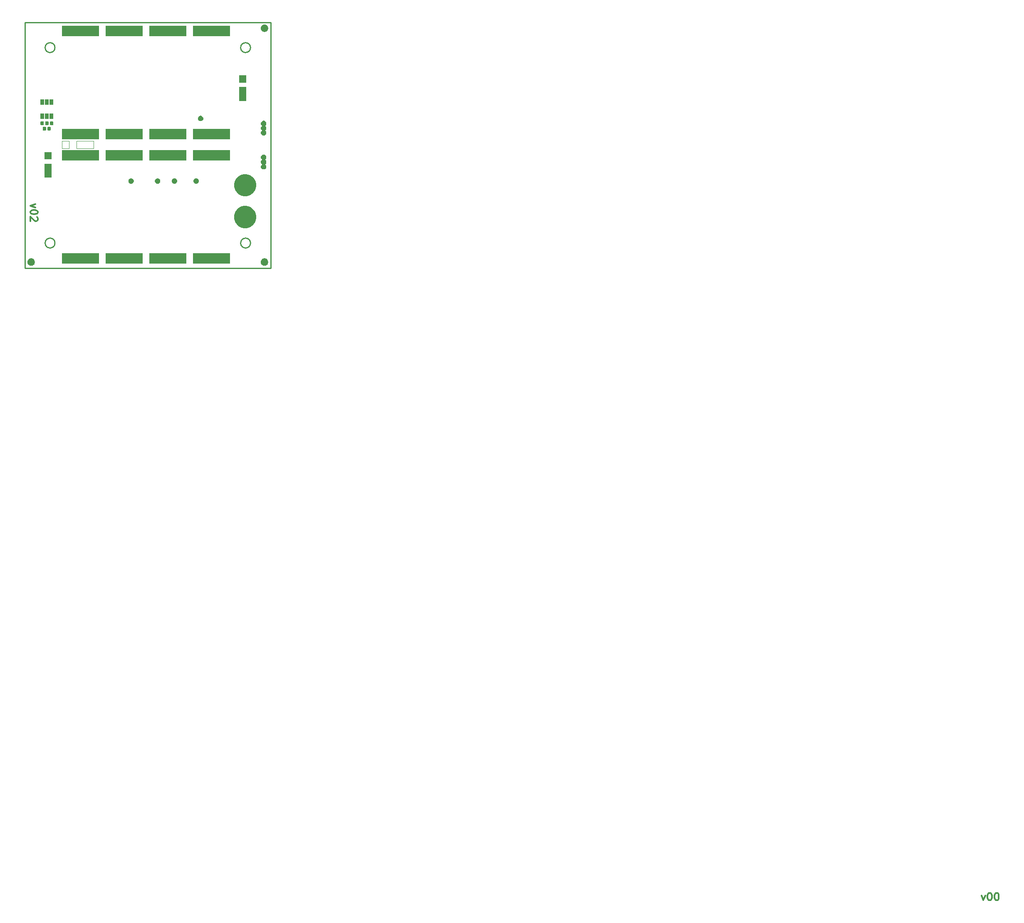
<source format=gbr>
%TF.GenerationSoftware,KiCad,Pcbnew,(5.0.1-3-g963ef8bb5)*%
%TF.CreationDate,2020-03-04T19:54:40-08:00*%
%TF.ProjectId,SolarCell+Y,536F6C617243656C6C2B592E6B696361,rev?*%
%TF.SameCoordinates,Original*%
%TF.FileFunction,Soldermask,Top*%
%TF.FilePolarity,Negative*%
%FSLAX46Y46*%
G04 Gerber Fmt 4.6, Leading zero omitted, Abs format (unit mm)*
G04 Created by KiCad (PCBNEW (5.0.1-3-g963ef8bb5)) date Wednesday, March 04, 2020 at 07:54:40 PM*
%MOMM*%
%LPD*%
G01*
G04 APERTURE LIST*
%ADD10C,0.050000*%
%ADD11C,0.300000*%
%ADD12C,0.250000*%
%ADD13C,0.100000*%
G04 APERTURE END LIST*
D10*
X160500000Y-65600000D02*
X160500000Y-64100000D01*
X164000000Y-65600000D02*
X160500000Y-65600000D01*
X164000000Y-64100000D02*
X164000000Y-65600000D01*
X160500000Y-64100000D02*
X164000000Y-64100000D01*
X159000000Y-64100000D02*
X157500000Y-64100000D01*
X159000000Y-65650000D02*
X159000000Y-64100000D01*
X157500000Y-65650000D02*
X159000000Y-65650000D01*
X157500000Y-64100000D02*
X157500000Y-65650000D01*
D11*
X152086428Y-76954285D02*
X151086428Y-77311428D01*
X152086428Y-77668571D01*
X152586428Y-78525714D02*
X152586428Y-78668571D01*
X152515000Y-78811428D01*
X152443571Y-78882857D01*
X152300714Y-78954285D01*
X152015000Y-79025714D01*
X151657857Y-79025714D01*
X151372142Y-78954285D01*
X151229285Y-78882857D01*
X151157857Y-78811428D01*
X151086428Y-78668571D01*
X151086428Y-78525714D01*
X151157857Y-78382857D01*
X151229285Y-78311428D01*
X151372142Y-78240000D01*
X151657857Y-78168571D01*
X152015000Y-78168571D01*
X152300714Y-78240000D01*
X152443571Y-78311428D01*
X152515000Y-78382857D01*
X152586428Y-78525714D01*
X152443571Y-79597142D02*
X152515000Y-79668571D01*
X152586428Y-79811428D01*
X152586428Y-80168571D01*
X152515000Y-80311428D01*
X152443571Y-80382857D01*
X152300714Y-80454285D01*
X152157857Y-80454285D01*
X151943571Y-80382857D01*
X151086428Y-79525714D01*
X151086428Y-80454285D01*
D12*
X200000000Y-40000000D02*
X150000000Y-40000000D01*
X150000000Y-90000000D02*
X200000000Y-90000000D01*
X150000000Y-40000000D02*
X150000000Y-90000000D01*
X195900000Y-45100000D02*
G75*
G03X195900000Y-45100000I-1000000J0D01*
G01*
X156100000Y-84900000D02*
G75*
G03X156100000Y-84900000I-1000000J0D01*
G01*
X156100000Y-45100000D02*
G75*
G03X156100000Y-45100000I-1000000J0D01*
G01*
X195900000Y-84900000D02*
G75*
G03X195900000Y-84900000I-1000000J0D01*
G01*
X200000000Y-90000000D02*
X200000000Y-40000000D01*
D11*
X344733785Y-217737571D02*
X345090928Y-218737571D01*
X345448071Y-217737571D01*
X346305214Y-217237571D02*
X346448071Y-217237571D01*
X346590928Y-217309000D01*
X346662357Y-217380428D01*
X346733785Y-217523285D01*
X346805214Y-217809000D01*
X346805214Y-218166142D01*
X346733785Y-218451857D01*
X346662357Y-218594714D01*
X346590928Y-218666142D01*
X346448071Y-218737571D01*
X346305214Y-218737571D01*
X346162357Y-218666142D01*
X346090928Y-218594714D01*
X346019500Y-218451857D01*
X345948071Y-218166142D01*
X345948071Y-217809000D01*
X346019500Y-217523285D01*
X346090928Y-217380428D01*
X346162357Y-217309000D01*
X346305214Y-217237571D01*
X347733785Y-217237571D02*
X347876642Y-217237571D01*
X348019500Y-217309000D01*
X348090928Y-217380428D01*
X348162357Y-217523285D01*
X348233785Y-217809000D01*
X348233785Y-218166142D01*
X348162357Y-218451857D01*
X348090928Y-218594714D01*
X348019500Y-218666142D01*
X347876642Y-218737571D01*
X347733785Y-218737571D01*
X347590928Y-218666142D01*
X347519500Y-218594714D01*
X347448071Y-218451857D01*
X347376642Y-218166142D01*
X347376642Y-217809000D01*
X347448071Y-217523285D01*
X347519500Y-217380428D01*
X347590928Y-217309000D01*
X347733785Y-217237571D01*
D13*
G36*
X198973767Y-88051822D02*
X199110258Y-88108359D01*
X199233097Y-88190437D01*
X199337563Y-88294903D01*
X199419641Y-88417742D01*
X199476178Y-88554233D01*
X199505000Y-88699131D01*
X199505000Y-88846869D01*
X199476178Y-88991767D01*
X199419641Y-89128258D01*
X199337563Y-89251097D01*
X199233097Y-89355563D01*
X199110258Y-89437641D01*
X198973767Y-89494178D01*
X198828869Y-89523000D01*
X198681131Y-89523000D01*
X198536233Y-89494178D01*
X198399742Y-89437641D01*
X198276903Y-89355563D01*
X198172437Y-89251097D01*
X198090359Y-89128258D01*
X198033822Y-88991767D01*
X198005000Y-88846869D01*
X198005000Y-88699131D01*
X198033822Y-88554233D01*
X198090359Y-88417742D01*
X198172437Y-88294903D01*
X198276903Y-88190437D01*
X198399742Y-88108359D01*
X198536233Y-88051822D01*
X198681131Y-88023000D01*
X198828869Y-88023000D01*
X198973767Y-88051822D01*
X198973767Y-88051822D01*
G37*
G36*
X151475767Y-88051822D02*
X151612258Y-88108359D01*
X151735097Y-88190437D01*
X151839563Y-88294903D01*
X151921641Y-88417742D01*
X151978178Y-88554233D01*
X152007000Y-88699131D01*
X152007000Y-88846869D01*
X151978178Y-88991767D01*
X151921641Y-89128258D01*
X151839563Y-89251097D01*
X151735097Y-89355563D01*
X151612258Y-89437641D01*
X151475767Y-89494178D01*
X151330869Y-89523000D01*
X151183131Y-89523000D01*
X151038233Y-89494178D01*
X150901742Y-89437641D01*
X150778903Y-89355563D01*
X150674437Y-89251097D01*
X150592359Y-89128258D01*
X150535822Y-88991767D01*
X150507000Y-88846869D01*
X150507000Y-88699131D01*
X150535822Y-88554233D01*
X150592359Y-88417742D01*
X150674437Y-88294903D01*
X150778903Y-88190437D01*
X150901742Y-88108359D01*
X151038233Y-88051822D01*
X151183131Y-88023000D01*
X151330869Y-88023000D01*
X151475767Y-88051822D01*
X151475767Y-88051822D01*
G37*
G36*
X165039000Y-89105000D02*
X157541000Y-89105000D01*
X157541000Y-87007000D01*
X165039000Y-87007000D01*
X165039000Y-89105000D01*
X165039000Y-89105000D01*
G37*
G36*
X191709000Y-89105000D02*
X184211000Y-89105000D01*
X184211000Y-87007000D01*
X191709000Y-87007000D01*
X191709000Y-89105000D01*
X191709000Y-89105000D01*
G37*
G36*
X182819000Y-89105000D02*
X175321000Y-89105000D01*
X175321000Y-87007000D01*
X182819000Y-87007000D01*
X182819000Y-89105000D01*
X182819000Y-89105000D01*
G37*
G36*
X173929000Y-89060000D02*
X166431000Y-89060000D01*
X166431000Y-86962000D01*
X173929000Y-86962000D01*
X173929000Y-89060000D01*
X173929000Y-89060000D01*
G37*
G36*
X195456009Y-77437428D02*
X195865301Y-77606962D01*
X196233654Y-77853088D01*
X196546912Y-78166346D01*
X196793038Y-78534699D01*
X196962572Y-78943991D01*
X197049000Y-79378493D01*
X197049000Y-79821507D01*
X196962572Y-80256009D01*
X196793038Y-80665301D01*
X196546912Y-81033654D01*
X196233654Y-81346912D01*
X195865301Y-81593038D01*
X195456009Y-81762572D01*
X195021507Y-81849000D01*
X194578493Y-81849000D01*
X194143991Y-81762572D01*
X193734699Y-81593038D01*
X193366346Y-81346912D01*
X193053088Y-81033654D01*
X192806962Y-80665301D01*
X192637428Y-80256009D01*
X192551000Y-79821507D01*
X192551000Y-79378493D01*
X192637428Y-78943991D01*
X192806962Y-78534699D01*
X193053088Y-78166346D01*
X193366346Y-77853088D01*
X193734699Y-77606962D01*
X194143991Y-77437428D01*
X194578493Y-77351000D01*
X195021507Y-77351000D01*
X195456009Y-77437428D01*
X195456009Y-77437428D01*
G37*
G36*
X195456009Y-70937428D02*
X195865301Y-71106962D01*
X196233654Y-71353088D01*
X196546912Y-71666346D01*
X196793038Y-72034699D01*
X196962572Y-72443991D01*
X197049000Y-72878493D01*
X197049000Y-73321507D01*
X196962572Y-73756009D01*
X196793038Y-74165301D01*
X196546912Y-74533654D01*
X196233654Y-74846912D01*
X195865301Y-75093038D01*
X195456009Y-75262572D01*
X195021507Y-75349000D01*
X194578493Y-75349000D01*
X194143991Y-75262572D01*
X193734699Y-75093038D01*
X193366346Y-74846912D01*
X193053088Y-74533654D01*
X192806962Y-74165301D01*
X192637428Y-73756009D01*
X192551000Y-73321507D01*
X192551000Y-72878493D01*
X192637428Y-72443991D01*
X192806962Y-72034699D01*
X193053088Y-71666346D01*
X193366346Y-71353088D01*
X193734699Y-71106962D01*
X194143991Y-70937428D01*
X194578493Y-70851000D01*
X195021507Y-70851000D01*
X195456009Y-70937428D01*
X195456009Y-70937428D01*
G37*
G36*
X184995938Y-71735098D02*
X185095847Y-71776482D01*
X185095849Y-71776483D01*
X185185767Y-71836564D01*
X185262235Y-71913032D01*
X185322318Y-72002953D01*
X185363702Y-72102862D01*
X185384800Y-72208929D01*
X185384800Y-72317071D01*
X185363702Y-72423138D01*
X185355064Y-72443991D01*
X185322317Y-72523049D01*
X185262236Y-72612967D01*
X185185767Y-72689436D01*
X185095849Y-72749517D01*
X185095848Y-72749518D01*
X185095847Y-72749518D01*
X184995938Y-72790902D01*
X184889872Y-72812000D01*
X184781728Y-72812000D01*
X184675662Y-72790902D01*
X184575753Y-72749518D01*
X184575752Y-72749518D01*
X184575751Y-72749517D01*
X184485833Y-72689436D01*
X184409364Y-72612967D01*
X184349283Y-72523049D01*
X184316536Y-72443991D01*
X184307898Y-72423138D01*
X184286800Y-72317071D01*
X184286800Y-72208929D01*
X184307898Y-72102862D01*
X184349282Y-72002953D01*
X184409365Y-71913032D01*
X184485833Y-71836564D01*
X184575751Y-71776483D01*
X184575753Y-71776482D01*
X184675662Y-71735098D01*
X184781728Y-71714000D01*
X184889872Y-71714000D01*
X184995938Y-71735098D01*
X184995938Y-71735098D01*
G37*
G36*
X180584804Y-71735098D02*
X180684713Y-71776482D01*
X180684715Y-71776483D01*
X180774633Y-71836564D01*
X180851101Y-71913032D01*
X180911184Y-72002953D01*
X180952568Y-72102862D01*
X180973666Y-72208929D01*
X180973666Y-72317071D01*
X180952568Y-72423138D01*
X180943930Y-72443991D01*
X180911183Y-72523049D01*
X180851102Y-72612967D01*
X180774633Y-72689436D01*
X180684715Y-72749517D01*
X180684714Y-72749518D01*
X180684713Y-72749518D01*
X180584804Y-72790902D01*
X180478738Y-72812000D01*
X180370594Y-72812000D01*
X180264528Y-72790902D01*
X180164619Y-72749518D01*
X180164618Y-72749518D01*
X180164617Y-72749517D01*
X180074699Y-72689436D01*
X179998230Y-72612967D01*
X179938149Y-72523049D01*
X179905402Y-72443991D01*
X179896764Y-72423138D01*
X179875666Y-72317071D01*
X179875666Y-72208929D01*
X179896764Y-72102862D01*
X179938148Y-72002953D01*
X179998231Y-71913032D01*
X180074699Y-71836564D01*
X180164617Y-71776483D01*
X180164619Y-71776482D01*
X180264528Y-71735098D01*
X180370594Y-71714000D01*
X180478738Y-71714000D01*
X180584804Y-71735098D01*
X180584804Y-71735098D01*
G37*
G36*
X171762538Y-71735098D02*
X171862447Y-71776482D01*
X171862449Y-71776483D01*
X171952367Y-71836564D01*
X172028835Y-71913032D01*
X172088918Y-72002953D01*
X172130302Y-72102862D01*
X172151400Y-72208929D01*
X172151400Y-72317071D01*
X172130302Y-72423138D01*
X172121664Y-72443991D01*
X172088917Y-72523049D01*
X172028836Y-72612967D01*
X171952367Y-72689436D01*
X171862449Y-72749517D01*
X171862448Y-72749518D01*
X171862447Y-72749518D01*
X171762538Y-72790902D01*
X171656472Y-72812000D01*
X171548328Y-72812000D01*
X171442262Y-72790902D01*
X171342353Y-72749518D01*
X171342352Y-72749518D01*
X171342351Y-72749517D01*
X171252433Y-72689436D01*
X171175964Y-72612967D01*
X171115883Y-72523049D01*
X171083136Y-72443991D01*
X171074498Y-72423138D01*
X171053400Y-72317071D01*
X171053400Y-72208929D01*
X171074498Y-72102862D01*
X171115882Y-72002953D01*
X171175965Y-71913032D01*
X171252433Y-71836564D01*
X171342351Y-71776483D01*
X171342353Y-71776482D01*
X171442262Y-71735098D01*
X171548328Y-71714000D01*
X171656472Y-71714000D01*
X171762538Y-71735098D01*
X171762538Y-71735098D01*
G37*
G36*
X177147338Y-71735098D02*
X177247247Y-71776482D01*
X177247249Y-71776483D01*
X177337167Y-71836564D01*
X177413635Y-71913032D01*
X177473718Y-72002953D01*
X177515102Y-72102862D01*
X177536200Y-72208929D01*
X177536200Y-72317071D01*
X177515102Y-72423138D01*
X177506464Y-72443991D01*
X177473717Y-72523049D01*
X177413636Y-72612967D01*
X177337167Y-72689436D01*
X177247249Y-72749517D01*
X177247248Y-72749518D01*
X177247247Y-72749518D01*
X177147338Y-72790902D01*
X177041272Y-72812000D01*
X176933128Y-72812000D01*
X176827062Y-72790902D01*
X176727153Y-72749518D01*
X176727152Y-72749518D01*
X176727151Y-72749517D01*
X176637233Y-72689436D01*
X176560764Y-72612967D01*
X176500683Y-72523049D01*
X176467936Y-72443991D01*
X176459298Y-72423138D01*
X176438200Y-72317071D01*
X176438200Y-72208929D01*
X176459298Y-72102862D01*
X176500682Y-72002953D01*
X176560765Y-71913032D01*
X176637233Y-71836564D01*
X176727151Y-71776483D01*
X176727153Y-71776482D01*
X176827062Y-71735098D01*
X176933128Y-71714000D01*
X177041272Y-71714000D01*
X177147338Y-71735098D01*
X177147338Y-71735098D01*
G37*
G36*
X155435000Y-71560000D02*
X153937000Y-71560000D01*
X153937000Y-68762000D01*
X155435000Y-68762000D01*
X155435000Y-71560000D01*
X155435000Y-71560000D01*
G37*
G36*
X198674666Y-66883703D02*
X198728472Y-66894405D01*
X198829837Y-66936392D01*
X198921067Y-66997350D01*
X198998650Y-67074933D01*
X199059608Y-67166163D01*
X199101595Y-67267528D01*
X199123000Y-67375141D01*
X199123000Y-67484859D01*
X199101595Y-67592472D01*
X199059608Y-67693837D01*
X198998650Y-67785067D01*
X198921065Y-67862652D01*
X198919284Y-67863842D01*
X198911783Y-67869998D01*
X198905627Y-67877498D01*
X198901052Y-67886056D01*
X198898235Y-67895342D01*
X198897284Y-67904999D01*
X198898235Y-67914656D01*
X198901052Y-67923942D01*
X198905626Y-67932500D01*
X198911782Y-67940001D01*
X198919284Y-67946158D01*
X198921065Y-67947348D01*
X198998650Y-68024933D01*
X199059608Y-68116163D01*
X199101595Y-68217528D01*
X199123000Y-68325141D01*
X199123000Y-68434859D01*
X199101595Y-68542472D01*
X199059608Y-68643837D01*
X198998650Y-68735067D01*
X198921065Y-68812652D01*
X198919284Y-68813842D01*
X198911783Y-68819998D01*
X198905627Y-68827498D01*
X198901052Y-68836056D01*
X198898235Y-68845342D01*
X198897284Y-68854999D01*
X198898235Y-68864656D01*
X198901052Y-68873942D01*
X198905626Y-68882500D01*
X198911782Y-68890001D01*
X198919284Y-68896158D01*
X198921065Y-68897348D01*
X198998650Y-68974933D01*
X199059608Y-69066163D01*
X199101595Y-69167528D01*
X199123000Y-69275141D01*
X199123000Y-69384859D01*
X199101595Y-69492472D01*
X199059608Y-69593837D01*
X198998650Y-69685067D01*
X198921067Y-69762650D01*
X198829837Y-69823608D01*
X198728472Y-69865595D01*
X198674666Y-69876297D01*
X198620860Y-69887000D01*
X198511140Y-69887000D01*
X198457334Y-69876297D01*
X198403528Y-69865595D01*
X198302163Y-69823608D01*
X198210933Y-69762650D01*
X198133350Y-69685067D01*
X198072392Y-69593837D01*
X198030405Y-69492472D01*
X198009000Y-69384859D01*
X198009000Y-69275141D01*
X198030405Y-69167528D01*
X198072392Y-69066163D01*
X198133350Y-68974933D01*
X198210935Y-68897348D01*
X198212716Y-68896158D01*
X198220217Y-68890002D01*
X198226373Y-68882502D01*
X198230948Y-68873944D01*
X198233765Y-68864658D01*
X198234716Y-68855001D01*
X198233765Y-68845344D01*
X198230948Y-68836058D01*
X198226374Y-68827500D01*
X198220218Y-68819999D01*
X198212716Y-68813842D01*
X198210935Y-68812652D01*
X198133350Y-68735067D01*
X198072392Y-68643837D01*
X198030405Y-68542472D01*
X198009000Y-68434859D01*
X198009000Y-68325141D01*
X198030405Y-68217528D01*
X198072392Y-68116163D01*
X198133350Y-68024933D01*
X198210935Y-67947348D01*
X198212716Y-67946158D01*
X198220217Y-67940002D01*
X198226373Y-67932502D01*
X198230948Y-67923944D01*
X198233765Y-67914658D01*
X198234716Y-67905001D01*
X198233765Y-67895344D01*
X198230948Y-67886058D01*
X198226374Y-67877500D01*
X198220218Y-67869999D01*
X198212716Y-67863842D01*
X198210935Y-67862652D01*
X198133350Y-67785067D01*
X198072392Y-67693837D01*
X198030405Y-67592472D01*
X198009000Y-67484859D01*
X198009000Y-67375141D01*
X198030405Y-67267528D01*
X198072392Y-67166163D01*
X198133350Y-67074933D01*
X198210933Y-66997350D01*
X198302163Y-66936392D01*
X198403528Y-66894405D01*
X198457334Y-66883703D01*
X198511140Y-66873000D01*
X198620860Y-66873000D01*
X198674666Y-66883703D01*
X198674666Y-66883703D01*
G37*
G36*
X165039000Y-68105000D02*
X157541000Y-68105000D01*
X157541000Y-66007000D01*
X165039000Y-66007000D01*
X165039000Y-68105000D01*
X165039000Y-68105000D01*
G37*
G36*
X191709000Y-68105000D02*
X184211000Y-68105000D01*
X184211000Y-66007000D01*
X191709000Y-66007000D01*
X191709000Y-68105000D01*
X191709000Y-68105000D01*
G37*
G36*
X182819000Y-68105000D02*
X175321000Y-68105000D01*
X175321000Y-66007000D01*
X182819000Y-66007000D01*
X182819000Y-68105000D01*
X182819000Y-68105000D01*
G37*
G36*
X173929000Y-68060000D02*
X166431000Y-68060000D01*
X166431000Y-65962000D01*
X173929000Y-65962000D01*
X173929000Y-68060000D01*
X173929000Y-68060000D01*
G37*
G36*
X155435000Y-67860000D02*
X153937000Y-67860000D01*
X153937000Y-66362000D01*
X155435000Y-66362000D01*
X155435000Y-67860000D01*
X155435000Y-67860000D01*
G37*
G36*
X165039000Y-63787000D02*
X157541000Y-63787000D01*
X157541000Y-61689000D01*
X165039000Y-61689000D01*
X165039000Y-63787000D01*
X165039000Y-63787000D01*
G37*
G36*
X191709000Y-63787000D02*
X184211000Y-63787000D01*
X184211000Y-61689000D01*
X191709000Y-61689000D01*
X191709000Y-63787000D01*
X191709000Y-63787000D01*
G37*
G36*
X182819000Y-63787000D02*
X175321000Y-63787000D01*
X175321000Y-61689000D01*
X182819000Y-61689000D01*
X182819000Y-63787000D01*
X182819000Y-63787000D01*
G37*
G36*
X173929000Y-63787000D02*
X166431000Y-63787000D01*
X166431000Y-61689000D01*
X173929000Y-61689000D01*
X173929000Y-63787000D01*
X173929000Y-63787000D01*
G37*
G36*
X198674666Y-59983703D02*
X198728472Y-59994405D01*
X198829837Y-60036392D01*
X198921067Y-60097350D01*
X198998650Y-60174933D01*
X199059608Y-60266163D01*
X199101595Y-60367528D01*
X199123000Y-60475141D01*
X199123000Y-60584859D01*
X199101595Y-60692472D01*
X199059608Y-60793837D01*
X198998650Y-60885067D01*
X198921065Y-60962652D01*
X198919284Y-60963842D01*
X198911783Y-60969998D01*
X198905627Y-60977498D01*
X198901052Y-60986056D01*
X198898235Y-60995342D01*
X198897284Y-61004999D01*
X198898235Y-61014656D01*
X198901052Y-61023942D01*
X198905626Y-61032500D01*
X198911782Y-61040001D01*
X198919284Y-61046158D01*
X198921065Y-61047348D01*
X198998650Y-61124933D01*
X199059608Y-61216163D01*
X199081617Y-61269298D01*
X199101595Y-61317529D01*
X199117602Y-61398000D01*
X199123000Y-61425141D01*
X199123000Y-61534859D01*
X199101595Y-61642472D01*
X199059608Y-61743837D01*
X198998650Y-61835067D01*
X198921065Y-61912652D01*
X198919284Y-61913842D01*
X198911783Y-61919998D01*
X198905627Y-61927498D01*
X198901052Y-61936056D01*
X198898235Y-61945342D01*
X198897284Y-61954999D01*
X198898235Y-61964656D01*
X198901052Y-61973942D01*
X198905626Y-61982500D01*
X198911782Y-61990001D01*
X198919284Y-61996158D01*
X198921065Y-61997348D01*
X198998650Y-62074933D01*
X199059608Y-62166163D01*
X199101595Y-62267528D01*
X199123000Y-62375141D01*
X199123000Y-62484859D01*
X199101595Y-62592472D01*
X199059608Y-62693837D01*
X198998650Y-62785067D01*
X198921067Y-62862650D01*
X198829837Y-62923608D01*
X198728472Y-62965595D01*
X198674665Y-62976298D01*
X198620860Y-62987000D01*
X198511140Y-62987000D01*
X198457335Y-62976298D01*
X198403528Y-62965595D01*
X198302163Y-62923608D01*
X198210933Y-62862650D01*
X198133350Y-62785067D01*
X198072392Y-62693837D01*
X198030405Y-62592472D01*
X198009000Y-62484859D01*
X198009000Y-62375141D01*
X198030405Y-62267528D01*
X198072392Y-62166163D01*
X198133350Y-62074933D01*
X198210935Y-61997348D01*
X198212716Y-61996158D01*
X198220217Y-61990002D01*
X198226373Y-61982502D01*
X198230948Y-61973944D01*
X198233765Y-61964658D01*
X198234716Y-61955001D01*
X198233765Y-61945344D01*
X198230948Y-61936058D01*
X198226374Y-61927500D01*
X198220218Y-61919999D01*
X198212716Y-61913842D01*
X198210935Y-61912652D01*
X198133350Y-61835067D01*
X198072392Y-61743837D01*
X198030405Y-61642472D01*
X198009000Y-61534859D01*
X198009000Y-61425141D01*
X198014399Y-61398000D01*
X198030405Y-61317529D01*
X198050383Y-61269298D01*
X198072392Y-61216163D01*
X198133350Y-61124933D01*
X198210935Y-61047348D01*
X198212716Y-61046158D01*
X198220217Y-61040002D01*
X198226373Y-61032502D01*
X198230948Y-61023944D01*
X198233765Y-61014658D01*
X198234716Y-61005001D01*
X198233765Y-60995344D01*
X198230948Y-60986058D01*
X198226374Y-60977500D01*
X198220218Y-60969999D01*
X198212716Y-60963842D01*
X198210935Y-60962652D01*
X198133350Y-60885067D01*
X198072392Y-60793837D01*
X198030405Y-60692472D01*
X198009000Y-60584859D01*
X198009000Y-60475141D01*
X198030405Y-60367528D01*
X198072392Y-60266163D01*
X198133350Y-60174933D01*
X198210933Y-60097350D01*
X198302163Y-60036392D01*
X198403528Y-59994405D01*
X198457334Y-59983703D01*
X198511140Y-59973000D01*
X198620860Y-59973000D01*
X198674666Y-59983703D01*
X198674666Y-59983703D01*
G37*
G36*
X154172433Y-61229064D02*
X154200008Y-61237430D01*
X154225422Y-61251014D01*
X154247702Y-61269298D01*
X154265986Y-61291578D01*
X154279570Y-61316992D01*
X154287936Y-61344567D01*
X154291000Y-61375684D01*
X154291000Y-61814316D01*
X154287936Y-61845433D01*
X154279570Y-61873008D01*
X154265986Y-61898422D01*
X154247702Y-61920702D01*
X154225422Y-61938986D01*
X154200008Y-61952570D01*
X154172433Y-61960936D01*
X154141316Y-61964000D01*
X153752684Y-61964000D01*
X153721567Y-61960936D01*
X153693992Y-61952570D01*
X153668578Y-61938986D01*
X153646298Y-61920702D01*
X153628014Y-61898422D01*
X153614430Y-61873008D01*
X153606064Y-61845433D01*
X153603000Y-61814316D01*
X153603000Y-61375684D01*
X153606064Y-61344567D01*
X153614430Y-61316992D01*
X153628014Y-61291578D01*
X153646298Y-61269298D01*
X153668578Y-61251014D01*
X153693992Y-61237430D01*
X153721567Y-61229064D01*
X153752684Y-61226000D01*
X154141316Y-61226000D01*
X154172433Y-61229064D01*
X154172433Y-61229064D01*
G37*
G36*
X155142433Y-61229064D02*
X155170008Y-61237430D01*
X155195422Y-61251014D01*
X155217702Y-61269298D01*
X155235986Y-61291578D01*
X155249570Y-61316992D01*
X155257936Y-61344567D01*
X155261000Y-61375684D01*
X155261000Y-61814316D01*
X155257936Y-61845433D01*
X155249570Y-61873008D01*
X155235986Y-61898422D01*
X155217702Y-61920702D01*
X155195422Y-61938986D01*
X155170008Y-61952570D01*
X155142433Y-61960936D01*
X155111316Y-61964000D01*
X154722684Y-61964000D01*
X154691567Y-61960936D01*
X154663992Y-61952570D01*
X154638578Y-61938986D01*
X154616298Y-61920702D01*
X154598014Y-61898422D01*
X154584430Y-61873008D01*
X154576064Y-61845433D01*
X154573000Y-61814316D01*
X154573000Y-61375684D01*
X154576064Y-61344567D01*
X154584430Y-61316992D01*
X154598014Y-61291578D01*
X154616298Y-61269298D01*
X154638578Y-61251014D01*
X154663992Y-61237430D01*
X154691567Y-61229064D01*
X154722684Y-61226000D01*
X155111316Y-61226000D01*
X155142433Y-61229064D01*
X155142433Y-61229064D01*
G37*
G36*
X154685233Y-60136864D02*
X154712808Y-60145230D01*
X154738222Y-60158814D01*
X154760502Y-60177098D01*
X154778786Y-60199378D01*
X154792370Y-60224792D01*
X154800736Y-60252367D01*
X154803800Y-60283484D01*
X154803800Y-60722116D01*
X154800736Y-60753233D01*
X154792370Y-60780808D01*
X154778786Y-60806222D01*
X154760502Y-60828502D01*
X154738222Y-60846786D01*
X154712808Y-60860370D01*
X154685233Y-60868736D01*
X154654116Y-60871800D01*
X154260684Y-60871800D01*
X154229567Y-60868736D01*
X154201992Y-60860370D01*
X154176578Y-60846786D01*
X154154298Y-60828502D01*
X154136014Y-60806222D01*
X154122430Y-60780808D01*
X154114064Y-60753233D01*
X154111000Y-60722116D01*
X154111000Y-60283484D01*
X154114064Y-60252367D01*
X154122430Y-60224792D01*
X154136014Y-60199378D01*
X154154298Y-60177098D01*
X154176578Y-60158814D01*
X154201992Y-60145230D01*
X154229567Y-60136864D01*
X154260684Y-60133800D01*
X154654116Y-60133800D01*
X154685233Y-60136864D01*
X154685233Y-60136864D01*
G37*
G36*
X153715233Y-60136864D02*
X153742808Y-60145230D01*
X153768222Y-60158814D01*
X153790502Y-60177098D01*
X153808786Y-60199378D01*
X153822370Y-60224792D01*
X153830736Y-60252367D01*
X153833800Y-60283484D01*
X153833800Y-60722116D01*
X153830736Y-60753233D01*
X153822370Y-60780808D01*
X153808786Y-60806222D01*
X153790502Y-60828502D01*
X153768222Y-60846786D01*
X153742808Y-60860370D01*
X153715233Y-60868736D01*
X153684116Y-60871800D01*
X153295484Y-60871800D01*
X153264367Y-60868736D01*
X153236792Y-60860370D01*
X153211378Y-60846786D01*
X153189098Y-60828502D01*
X153170814Y-60806222D01*
X153157230Y-60780808D01*
X153148864Y-60753233D01*
X153145800Y-60722116D01*
X153145800Y-60283484D01*
X153148864Y-60252367D01*
X153157230Y-60224792D01*
X153170814Y-60199378D01*
X153189098Y-60177098D01*
X153211378Y-60158814D01*
X153236792Y-60145230D01*
X153264367Y-60136864D01*
X153295484Y-60133800D01*
X153684116Y-60133800D01*
X153715233Y-60136864D01*
X153715233Y-60136864D01*
G37*
G36*
X155650433Y-60136864D02*
X155678008Y-60145230D01*
X155703422Y-60158814D01*
X155725702Y-60177098D01*
X155743986Y-60199378D01*
X155757570Y-60224792D01*
X155765936Y-60252367D01*
X155769000Y-60283484D01*
X155769000Y-60722116D01*
X155765936Y-60753233D01*
X155757570Y-60780808D01*
X155743986Y-60806222D01*
X155725702Y-60828502D01*
X155703422Y-60846786D01*
X155678008Y-60860370D01*
X155650433Y-60868736D01*
X155619316Y-60871800D01*
X155230684Y-60871800D01*
X155199567Y-60868736D01*
X155171992Y-60860370D01*
X155146578Y-60846786D01*
X155124298Y-60828502D01*
X155106014Y-60806222D01*
X155092430Y-60780808D01*
X155084064Y-60753233D01*
X155081000Y-60722116D01*
X155081000Y-60283484D01*
X155084064Y-60252367D01*
X155092430Y-60224792D01*
X155106014Y-60199378D01*
X155124298Y-60177098D01*
X155146578Y-60158814D01*
X155171992Y-60145230D01*
X155199567Y-60136864D01*
X155230684Y-60133800D01*
X155619316Y-60133800D01*
X155650433Y-60136864D01*
X155650433Y-60136864D01*
G37*
G36*
X185857304Y-58973749D02*
X185910338Y-58984298D01*
X186010247Y-59025682D01*
X186010249Y-59025683D01*
X186100167Y-59085764D01*
X186176636Y-59162233D01*
X186236717Y-59252151D01*
X186278102Y-59352063D01*
X186299200Y-59458128D01*
X186299200Y-59566272D01*
X186278102Y-59672337D01*
X186236717Y-59772249D01*
X186176636Y-59862167D01*
X186100167Y-59938636D01*
X186010249Y-59998717D01*
X186010248Y-59998718D01*
X186010247Y-59998718D01*
X185910338Y-60040102D01*
X185857304Y-60050651D01*
X185804272Y-60061200D01*
X185696128Y-60061200D01*
X185643096Y-60050651D01*
X185590062Y-60040102D01*
X185490153Y-59998718D01*
X185490152Y-59998718D01*
X185490151Y-59998717D01*
X185400233Y-59938636D01*
X185323764Y-59862167D01*
X185263683Y-59772249D01*
X185222298Y-59672337D01*
X185201200Y-59566272D01*
X185201200Y-59458128D01*
X185222298Y-59352063D01*
X185263683Y-59252151D01*
X185323764Y-59162233D01*
X185400233Y-59085764D01*
X185490151Y-59025683D01*
X185490153Y-59025682D01*
X185590062Y-58984298D01*
X185643096Y-58973749D01*
X185696128Y-58963200D01*
X185804272Y-58963200D01*
X185857304Y-58973749D01*
X185857304Y-58973749D01*
G37*
G36*
X153881000Y-59657000D02*
X153083000Y-59657000D01*
X153083000Y-58559000D01*
X153881000Y-58559000D01*
X153881000Y-59657000D01*
X153881000Y-59657000D01*
G37*
G36*
X155781000Y-59657000D02*
X154983000Y-59657000D01*
X154983000Y-58559000D01*
X155781000Y-58559000D01*
X155781000Y-59657000D01*
X155781000Y-59657000D01*
G37*
G36*
X154831000Y-59657000D02*
X154033000Y-59657000D01*
X154033000Y-58559000D01*
X154831000Y-58559000D01*
X154831000Y-59657000D01*
X154831000Y-59657000D01*
G37*
G36*
X153881000Y-56757000D02*
X153083000Y-56757000D01*
X153083000Y-55659000D01*
X153881000Y-55659000D01*
X153881000Y-56757000D01*
X153881000Y-56757000D01*
G37*
G36*
X154831000Y-56757000D02*
X154033000Y-56757000D01*
X154033000Y-55659000D01*
X154831000Y-55659000D01*
X154831000Y-56757000D01*
X154831000Y-56757000D01*
G37*
G36*
X155781000Y-56757000D02*
X154983000Y-56757000D01*
X154983000Y-55659000D01*
X155781000Y-55659000D01*
X155781000Y-56757000D01*
X155781000Y-56757000D01*
G37*
G36*
X195059000Y-55939000D02*
X193561000Y-55939000D01*
X193561000Y-53141000D01*
X195059000Y-53141000D01*
X195059000Y-55939000D01*
X195059000Y-55939000D01*
G37*
G36*
X195059000Y-52239000D02*
X193561000Y-52239000D01*
X193561000Y-50741000D01*
X195059000Y-50741000D01*
X195059000Y-52239000D01*
X195059000Y-52239000D01*
G37*
G36*
X182819000Y-42787000D02*
X175321000Y-42787000D01*
X175321000Y-40689000D01*
X182819000Y-40689000D01*
X182819000Y-42787000D01*
X182819000Y-42787000D01*
G37*
G36*
X191709000Y-42787000D02*
X184211000Y-42787000D01*
X184211000Y-40689000D01*
X191709000Y-40689000D01*
X191709000Y-42787000D01*
X191709000Y-42787000D01*
G37*
G36*
X165039000Y-42787000D02*
X157541000Y-42787000D01*
X157541000Y-40689000D01*
X165039000Y-40689000D01*
X165039000Y-42787000D01*
X165039000Y-42787000D01*
G37*
G36*
X173929000Y-42787000D02*
X166431000Y-42787000D01*
X166431000Y-40689000D01*
X173929000Y-40689000D01*
X173929000Y-42787000D01*
X173929000Y-42787000D01*
G37*
G36*
X198973767Y-40426822D02*
X199110258Y-40483359D01*
X199233097Y-40565437D01*
X199337563Y-40669903D01*
X199419641Y-40792742D01*
X199476178Y-40929233D01*
X199505000Y-41074131D01*
X199505000Y-41221869D01*
X199476178Y-41366767D01*
X199419641Y-41503258D01*
X199337563Y-41626097D01*
X199233097Y-41730563D01*
X199110258Y-41812641D01*
X198973767Y-41869178D01*
X198828869Y-41898000D01*
X198681131Y-41898000D01*
X198536233Y-41869178D01*
X198399742Y-41812641D01*
X198276903Y-41730563D01*
X198172437Y-41626097D01*
X198090359Y-41503258D01*
X198033822Y-41366767D01*
X198005000Y-41221869D01*
X198005000Y-41074131D01*
X198033822Y-40929233D01*
X198090359Y-40792742D01*
X198172437Y-40669903D01*
X198276903Y-40565437D01*
X198399742Y-40483359D01*
X198536233Y-40426822D01*
X198681131Y-40398000D01*
X198828869Y-40398000D01*
X198973767Y-40426822D01*
X198973767Y-40426822D01*
G37*
M02*

</source>
